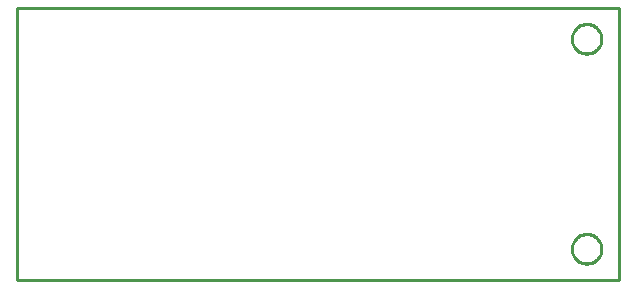
<source format=gbr>
G04 EAGLE Gerber RS-274X export*
G75*
%MOMM*%
%FSLAX34Y34*%
%LPD*%
%INProfile_LoRa_Node*%
%IPPOS*%
%AMOC8*
5,1,8,0,0,1.08239X$1,22.5*%
G01*
%ADD10C,0.254000*%


D10*
X0Y0D02*
X510000Y0D01*
X510000Y230000D01*
X0Y230000D01*
X0Y0D01*
X495100Y203409D02*
X495023Y202430D01*
X494869Y201460D01*
X494640Y200504D01*
X494336Y199570D01*
X493961Y198663D01*
X493515Y197788D01*
X493001Y196950D01*
X492424Y196155D01*
X491786Y195408D01*
X491092Y194714D01*
X490345Y194076D01*
X489550Y193499D01*
X488712Y192985D01*
X487837Y192539D01*
X486930Y192164D01*
X485996Y191860D01*
X485041Y191631D01*
X484070Y191477D01*
X483091Y191400D01*
X482109Y191400D01*
X481130Y191477D01*
X480160Y191631D01*
X479204Y191860D01*
X478270Y192164D01*
X477363Y192539D01*
X476488Y192985D01*
X475650Y193499D01*
X474855Y194076D01*
X474108Y194714D01*
X473414Y195408D01*
X472776Y196155D01*
X472199Y196950D01*
X471685Y197788D01*
X471239Y198663D01*
X470864Y199570D01*
X470560Y200504D01*
X470331Y201460D01*
X470177Y202430D01*
X470100Y203409D01*
X470100Y204391D01*
X470177Y205370D01*
X470331Y206341D01*
X470560Y207296D01*
X470864Y208230D01*
X471239Y209137D01*
X471685Y210012D01*
X472199Y210850D01*
X472776Y211645D01*
X473414Y212392D01*
X474108Y213086D01*
X474855Y213724D01*
X475650Y214301D01*
X476488Y214815D01*
X477363Y215261D01*
X478270Y215636D01*
X479204Y215940D01*
X480160Y216169D01*
X481130Y216323D01*
X482109Y216400D01*
X483091Y216400D01*
X484070Y216323D01*
X485041Y216169D01*
X485996Y215940D01*
X486930Y215636D01*
X487837Y215261D01*
X488712Y214815D01*
X489550Y214301D01*
X490345Y213724D01*
X491092Y213086D01*
X491786Y212392D01*
X492424Y211645D01*
X493001Y210850D01*
X493515Y210012D01*
X493961Y209137D01*
X494336Y208230D01*
X494640Y207296D01*
X494869Y206341D01*
X495023Y205370D01*
X495100Y204391D01*
X495100Y203409D01*
X495100Y25609D02*
X495023Y24630D01*
X494869Y23660D01*
X494640Y22704D01*
X494336Y21770D01*
X493961Y20863D01*
X493515Y19988D01*
X493001Y19150D01*
X492424Y18355D01*
X491786Y17608D01*
X491092Y16914D01*
X490345Y16276D01*
X489550Y15699D01*
X488712Y15185D01*
X487837Y14739D01*
X486930Y14364D01*
X485996Y14060D01*
X485041Y13831D01*
X484070Y13677D01*
X483091Y13600D01*
X482109Y13600D01*
X481130Y13677D01*
X480160Y13831D01*
X479204Y14060D01*
X478270Y14364D01*
X477363Y14739D01*
X476488Y15185D01*
X475650Y15699D01*
X474855Y16276D01*
X474108Y16914D01*
X473414Y17608D01*
X472776Y18355D01*
X472199Y19150D01*
X471685Y19988D01*
X471239Y20863D01*
X470864Y21770D01*
X470560Y22704D01*
X470331Y23660D01*
X470177Y24630D01*
X470100Y25609D01*
X470100Y26591D01*
X470177Y27570D01*
X470331Y28541D01*
X470560Y29496D01*
X470864Y30430D01*
X471239Y31337D01*
X471685Y32212D01*
X472199Y33050D01*
X472776Y33845D01*
X473414Y34592D01*
X474108Y35286D01*
X474855Y35924D01*
X475650Y36501D01*
X476488Y37015D01*
X477363Y37461D01*
X478270Y37836D01*
X479204Y38140D01*
X480160Y38369D01*
X481130Y38523D01*
X482109Y38600D01*
X483091Y38600D01*
X484070Y38523D01*
X485041Y38369D01*
X485996Y38140D01*
X486930Y37836D01*
X487837Y37461D01*
X488712Y37015D01*
X489550Y36501D01*
X490345Y35924D01*
X491092Y35286D01*
X491786Y34592D01*
X492424Y33845D01*
X493001Y33050D01*
X493515Y32212D01*
X493961Y31337D01*
X494336Y30430D01*
X494640Y29496D01*
X494869Y28541D01*
X495023Y27570D01*
X495100Y26591D01*
X495100Y25609D01*
M02*

</source>
